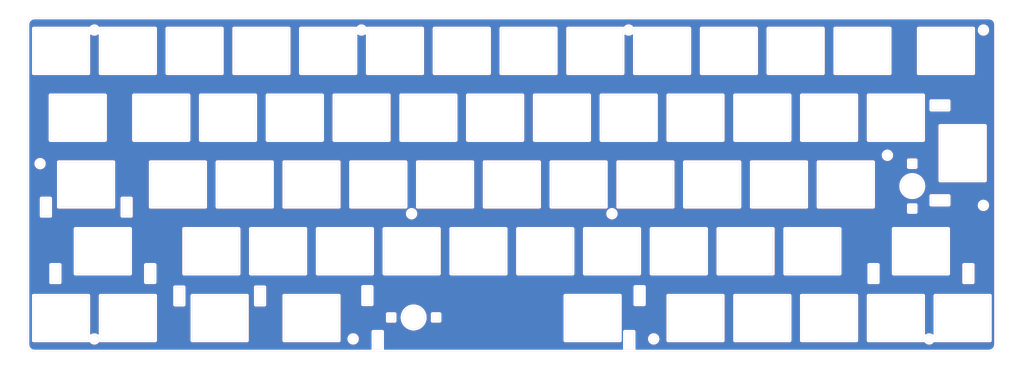
<source format=kicad_pcb>
(kicad_pcb (version 20171130) (host pcbnew "(5.1.2-1)-1")
  (layers (0 F.Cu signal) (31 B.Cu signal) (34 B.Paste user) (35 F.Paste user) (36 B.SilkS user) (37 F.SilkS user) (38 B.Mask user) (39 F.Mask user) (44 Edge.Cuts user))
  (net 0 "")
  (gr_circle (center 179.32 -90.49) (end 179.32 -89.39) (layer Edge.Cuts) (width 0.05))
  (gr_circle (center 103.12 -90.49) (end 103.12 -89.39) (layer Edge.Cuts) (width 0.05))
  (gr_circle (center 26.92 -90.49) (end 26.92 -89.39) (layer Edge.Cuts) (width 0.05))
  (gr_circle (center 11.44 -52.38) (end 11.44 -51.28) (layer Edge.Cuts) (width 0.05))
  (gr_circle (center 26.92 -2.38) (end 26.92 -1.28) (layer Edge.Cuts) (width 0.05))
  (gr_circle (center 100.74 -2.38) (end 100.74 -1.28) (layer Edge.Cuts) (width 0.05))
  (gr_circle (center 117.41 -38.1) (end 117.41 -37) (layer Edge.Cuts) (width 0.05))
  (gr_circle (center 174.56 -38.1) (end 174.56 -37) (layer Edge.Cuts) (width 0.05))
  (gr_circle (center 186.47 -2.38) (end 186.47 -1.28) (layer Edge.Cuts) (width 0.05))
  (gr_circle (center 265.05 -2.38) (end 265.05 -1.28) (layer Edge.Cuts) (width 0.05))
  (gr_circle (center 253.14 -54.77) (end 253.14 -53.67) (layer Edge.Cuts) (width 0.05))
  (gr_circle (center 280.52 -40.48) (end 280.52 -39.38) (layer Edge.Cuts) (width 0.05))
  (gr_circle (center 280.53 -90.49) (end 280.53 -89.39) (layer Edge.Cuts) (width 0.05))
  (gr_line (start 261.23 -38.57) (end 261.23 -40.57) (layer Edge.Cuts) (width 0.05))
  (gr_line (start 259.23 -38.57) (end 261.23 -38.57) (layer Edge.Cuts) (width 0.05))
  (gr_line (start 259.23 -40.57) (end 259.23 -38.57) (layer Edge.Cuts) (width 0.05))
  (gr_line (start 261.23 -40.57) (end 259.23 -40.57) (layer Edge.Cuts) (width 0.05))
  (gr_circle (center 260.229747 -45.98) (end 257.03 -45.99) (layer Edge.Cuts) (width 0.05))
  (gr_line (start 261.22 -53.38) (end 259.22 -53.38) (layer Edge.Cuts) (width 0.05))
  (gr_line (start 259.22 -51.38) (end 261.22 -51.38) (layer Edge.Cuts) (width 0.05))
  (gr_line (start 261.22 -51.38) (end 261.22 -53.38) (layer Edge.Cuts) (width 0.05))
  (gr_line (start 259.22 -53.38) (end 259.22 -51.38) (layer Edge.Cuts) (width 0.05))
  (gr_line (start 265.63 -70.24) (end 265.63 -67.74) (layer Edge.Cuts) (width 0.05))
  (gr_line (start 270.63 -70.24) (end 265.63 -70.24) (layer Edge.Cuts) (width 0.05))
  (gr_line (start 270.63 -67.74) (end 270.63 -70.24) (layer Edge.Cuts) (width 0.05))
  (gr_line (start 265.63 -67.74) (end 270.63 -67.74) (layer Edge.Cuts) (width 0.05))
  (gr_line (start 270.63 -40.67) (end 270.63 -43.17) (layer Edge.Cuts) (width 0.05))
  (gr_line (start 265.63 -40.67) (end 270.63 -40.67) (layer Edge.Cuts) (width 0.05))
  (gr_line (start 265.63 -43.17) (end 265.63 -40.67) (layer Edge.Cuts) (width 0.05))
  (gr_line (start 270.63 -43.17) (end 265.63 -43.17) (layer Edge.Cuts) (width 0.05))
  (gr_line (start 274.99 -18.51) (end 277.49 -18.51) (layer Edge.Cuts) (width 0.05))
  (gr_line (start 274.99 -23.51) (end 274.99 -18.51) (layer Edge.Cuts) (width 0.05))
  (gr_line (start 277.49 -23.51) (end 274.99 -23.51) (layer Edge.Cuts) (width 0.05))
  (gr_line (start 277.49 -18.51) (end 277.49 -23.51) (layer Edge.Cuts) (width 0.05))
  (gr_line (start 247.93 -18.51) (end 250.43 -18.51) (layer Edge.Cuts) (width 0.05))
  (gr_line (start 247.93 -23.51) (end 247.93 -18.51) (layer Edge.Cuts) (width 0.05))
  (gr_line (start 250.43 -23.51) (end 247.93 -23.51) (layer Edge.Cuts) (width 0.05))
  (gr_line (start 250.43 -18.51) (end 250.43 -23.51) (layer Edge.Cuts) (width 0.05))
  (gr_line (start 178.25 0.54) (end 180.75 0.54) (layer Edge.Cuts) (width 0.05))
  (gr_line (start 178.25 -4.46) (end 178.25 0.54) (layer Edge.Cuts) (width 0.05))
  (gr_line (start 180.75 -4.46) (end 178.25 -4.46) (layer Edge.Cuts) (width 0.05))
  (gr_line (start 180.75 0.54) (end 180.75 -4.46) (layer Edge.Cuts) (width 0.05))
  (gr_line (start 183.71 -17.22) (end 181.21 -17.22) (layer Edge.Cuts) (width 0.05))
  (gr_line (start 183.71 -12.22) (end 183.71 -17.22) (layer Edge.Cuts) (width 0.05))
  (gr_line (start 181.21 -12.22) (end 183.71 -12.22) (layer Edge.Cuts) (width 0.05))
  (gr_line (start 181.21 -17.22) (end 181.21 -12.22) (layer Edge.Cuts) (width 0.05))
  (gr_line (start 37.37 -42.46) (end 34.87 -42.46) (layer Edge.Cuts) (width 0.05))
  (gr_line (start 34.87 -37.46) (end 37.37 -37.46) (layer Edge.Cuts) (width 0.05))
  (gr_line (start 34.87 -42.46) (end 34.87 -37.46) (layer Edge.Cuts) (width 0.05))
  (gr_line (start 37.37 -37.46) (end 37.37 -42.46) (layer Edge.Cuts) (width 0.05))
  (gr_line (start 14.34 -37.46) (end 14.34 -42.46) (layer Edge.Cuts) (width 0.05))
  (gr_line (start 11.84 -37.46) (end 14.34 -37.46) (layer Edge.Cuts) (width 0.05))
  (gr_line (start 11.84 -42.46) (end 11.84 -37.46) (layer Edge.Cuts) (width 0.05))
  (gr_line (start 14.34 -42.46) (end 11.84 -42.46) (layer Edge.Cuts) (width 0.05))
  (gr_line (start 17.05 -23.51) (end 14.55 -23.51) (layer Edge.Cuts) (width 0.05))
  (gr_line (start 14.55 -23.51) (end 14.55 -18.51) (layer Edge.Cuts) (width 0.05))
  (gr_line (start 14.55 -18.51) (end 17.05 -18.51) (layer Edge.Cuts) (width 0.05))
  (gr_line (start 17.05 -18.51) (end 17.05 -23.51) (layer Edge.Cuts) (width 0.05))
  (gr_line (start 44.11 -23.52) (end 41.61 -23.52) (layer Edge.Cuts) (width 0.05))
  (gr_line (start 41.61 -23.52) (end 41.61 -18.52) (layer Edge.Cuts) (width 0.05))
  (gr_line (start 44.11 -18.52) (end 44.11 -23.52) (layer Edge.Cuts) (width 0.05))
  (gr_line (start 41.61 -18.52) (end 44.11 -18.52) (layer Edge.Cuts) (width 0.05))
  (gr_line (start 52.41 -17.14) (end 49.91 -17.14) (layer Edge.Cuts) (width 0.05))
  (gr_line (start 49.91 -17.14) (end 49.91 -12.14) (layer Edge.Cuts) (width 0.05))
  (gr_line (start 52.41 -12.14) (end 52.41 -17.14) (layer Edge.Cuts) (width 0.05))
  (gr_line (start 49.91 -12.14) (end 52.41 -12.14) (layer Edge.Cuts) (width 0.05))
  (gr_line (start 72.94 -12.14) (end 75.44 -12.14) (layer Edge.Cuts) (width 0.05))
  (gr_line (start 75.44 -12.14) (end 75.44 -17.14) (layer Edge.Cuts) (width 0.05))
  (gr_line (start 75.44 -17.14) (end 72.94 -17.14) (layer Edge.Cuts) (width 0.05))
  (gr_line (start 72.94 -17.14) (end 72.94 -12.14) (layer Edge.Cuts) (width 0.05))
  (gr_line (start 106.51 -4.46) (end 106.51 0.54) (layer Edge.Cuts) (width 0.05))
  (gr_line (start 109.01 -4.46) (end 106.51 -4.46) (layer Edge.Cuts) (width 0.05))
  (gr_line (start 109.01 0.54) (end 109.01 -4.46) (layer Edge.Cuts) (width 0.05))
  (gr_line (start 106.51 0.54) (end 109.01 0.54) (layer Edge.Cuts) (width 0.05))
  (gr_line (start 106.04 -17.23) (end 103.54 -17.23) (layer Edge.Cuts) (width 0.05))
  (gr_line (start 106.04 -12.23) (end 106.04 -17.23) (layer Edge.Cuts) (width 0.05))
  (gr_line (start 103.54 -12.23) (end 106.04 -12.23) (layer Edge.Cuts) (width 0.05))
  (gr_line (start 103.54 -17.23) (end 103.54 -12.23) (layer Edge.Cuts) (width 0.05))
  (gr_line (start 123.4 -9.51) (end 123.4 -7.51) (layer Edge.Cuts) (width 0.05))
  (gr_line (start 125.4 -7.51) (end 125.4 -9.51) (layer Edge.Cuts) (width 0.05))
  (gr_line (start 125.4 -9.51) (end 123.4 -9.51) (layer Edge.Cuts) (width 0.05))
  (gr_line (start 123.4 -7.51) (end 125.4 -7.51) (layer Edge.Cuts) (width 0.05))
  (gr_line (start 112.59 -9.5) (end 110.59 -9.5) (layer Edge.Cuts) (width 0.05))
  (gr_line (start 112.59 -7.5) (end 112.59 -9.5) (layer Edge.Cuts) (width 0.05))
  (gr_line (start 110.59 -7.5) (end 112.59 -7.5) (layer Edge.Cuts) (width 0.05))
  (gr_line (start 110.59 -9.5) (end 110.59 -7.5) (layer Edge.Cuts) (width 0.05))
  (gr_circle (center 117.99 -8.509747) (end 117.98 -5.31) (layer Edge.Cuts) (width 0.05))
  (gr_line (start 266.8004 -14.7384) (end 266.8004 -1.9384) (layer Edge.Cuts) (width 0.05))
  (gr_line (start 266.8004 -1.9384) (end 282.4004 -1.9384) (layer Edge.Cuts) (width 0.05))
  (gr_line (start 282.4004 -1.9384) (end 282.4004 -14.7384) (layer Edge.Cuts) (width 0.05))
  (gr_line (start 282.4004 -14.7384) (end 266.8004 -14.7384) (layer Edge.Cuts) (width 0.05))
  (gr_line (start 263.35 -14.7384) (end 247.75 -14.7384) (layer Edge.Cuts) (width 0.05))
  (gr_line (start 247.75 -14.7384) (end 247.75 -1.9384) (layer Edge.Cuts) (width 0.05))
  (gr_line (start 247.75 -1.9384) (end 263.35 -1.9384) (layer Edge.Cuts) (width 0.05))
  (gr_line (start 263.35 -1.9384) (end 263.35 -14.7384) (layer Edge.Cuts) (width 0.05))
  (gr_line (start 244.2996 -14.7384) (end 228.6996 -14.7384) (layer Edge.Cuts) (width 0.05))
  (gr_line (start 228.6996 -14.7384) (end 228.6996 -1.9384) (layer Edge.Cuts) (width 0.05))
  (gr_line (start 228.6996 -1.9384) (end 244.2996 -1.9384) (layer Edge.Cuts) (width 0.05))
  (gr_line (start 244.2996 -1.9384) (end 244.2996 -14.7384) (layer Edge.Cuts) (width 0.05))
  (gr_line (start 225.2492 -1.9384) (end 225.2492 -14.7384) (layer Edge.Cuts) (width 0.05))
  (gr_line (start 225.2492 -14.7384) (end 209.6492 -14.7384) (layer Edge.Cuts) (width 0.05))
  (gr_line (start 209.6492 -14.7384) (end 209.6492 -1.9384) (layer Edge.Cuts) (width 0.05))
  (gr_line (start 209.6492 -1.9384) (end 225.2492 -1.9384) (layer Edge.Cuts) (width 0.05))
  (gr_line (start 206.1988 -14.7384) (end 190.5988 -14.7384) (layer Edge.Cuts) (width 0.05))
  (gr_line (start 190.5988 -1.9384) (end 206.1988 -1.9384) (layer Edge.Cuts) (width 0.05))
  (gr_line (start 190.5988 -14.7384) (end 190.5988 -1.9384) (layer Edge.Cuts) (width 0.05))
  (gr_line (start 206.1988 -1.9384) (end 206.1988 -14.7384) (layer Edge.Cuts) (width 0.05))
  (gr_line (start 176.85434 -14.74361) (end 161.25434 -14.74361) (layer Edge.Cuts) (width 0.05))
  (gr_line (start 161.25434 -1.94361) (end 176.85434 -1.94361) (layer Edge.Cuts) (width 0.05))
  (gr_line (start 176.85434 -1.94361) (end 176.85434 -14.74361) (layer Edge.Cuts) (width 0.05))
  (gr_line (start 161.25434 -14.74361) (end 161.25434 -1.94361) (layer Edge.Cuts) (width 0.05))
  (gr_line (start 81.059 -14.7384) (end 81.059 -1.9384) (layer Edge.Cuts) (width 0.05))
  (gr_line (start 96.659 -14.7384) (end 81.059 -14.7384) (layer Edge.Cuts) (width 0.05))
  (gr_line (start 81.059 -1.9384) (end 96.659 -1.9384) (layer Edge.Cuts) (width 0.05))
  (gr_line (start 96.659 -1.9384) (end 96.659 -14.7384) (layer Edge.Cuts) (width 0.05))
  (gr_line (start 54.8647 -1.9384) (end 70.4647 -1.9384) (layer Edge.Cuts) (width 0.05))
  (gr_line (start 70.4647 -1.9384) (end 70.4647 -14.7384) (layer Edge.Cuts) (width 0.05))
  (gr_line (start 70.4647 -14.7384) (end 54.8647 -14.7384) (layer Edge.Cuts) (width 0.05))
  (gr_line (start 54.8647 -14.7384) (end 54.8647 -1.9384) (layer Edge.Cuts) (width 0.05))
  (gr_line (start 28.6704 -1.9384) (end 44.2704 -1.9384) (layer Edge.Cuts) (width 0.05))
  (gr_line (start 44.2704 -14.7384) (end 28.6704 -14.7384) (layer Edge.Cuts) (width 0.05))
  (gr_line (start 28.6704 -14.7384) (end 28.6704 -1.9384) (layer Edge.Cuts) (width 0.05))
  (gr_line (start 44.2704 -1.9384) (end 44.2704 -14.7384) (layer Edge.Cuts) (width 0.05))
  (gr_line (start 9.62 -1.9384) (end 25.22 -1.9384) (layer Edge.Cuts) (width 0.05))
  (gr_line (start 25.22 -14.7384) (end 9.62 -14.7384) (layer Edge.Cuts) (width 0.05))
  (gr_line (start 9.62 -14.7384) (end 9.62 -1.9384) (layer Edge.Cuts) (width 0.05))
  (gr_line (start 25.22 -1.9384) (end 25.22 -14.7384) (layer Edge.Cuts) (width 0.05))
  (gr_line (start 21.5265 -33.7888) (end 21.5265 -20.9888) (layer Edge.Cuts) (width 0.05))
  (gr_line (start 37.1265 -20.9888) (end 37.1265 -33.7888) (layer Edge.Cuts) (width 0.05))
  (gr_line (start 37.1265 -33.7888) (end 21.5265 -33.7888) (layer Edge.Cuts) (width 0.05))
  (gr_line (start 21.5265 -20.9888) (end 37.1265 -20.9888) (layer Edge.Cuts) (width 0.05))
  (gr_line (start 52.4834 -33.7888) (end 52.4834 -20.9888) (layer Edge.Cuts) (width 0.05))
  (gr_line (start 68.0834 -20.9888) (end 68.0834 -33.7888) (layer Edge.Cuts) (width 0.05))
  (gr_line (start 68.0834 -33.7888) (end 52.4834 -33.7888) (layer Edge.Cuts) (width 0.05))
  (gr_line (start 52.4834 -20.9888) (end 68.0834 -20.9888) (layer Edge.Cuts) (width 0.05))
  (gr_line (start 71.5338 -33.7888) (end 71.5338 -20.9888) (layer Edge.Cuts) (width 0.05))
  (gr_line (start 87.1338 -20.9888) (end 87.1338 -33.7888) (layer Edge.Cuts) (width 0.05))
  (gr_line (start 87.1338 -33.7888) (end 71.5338 -33.7888) (layer Edge.Cuts) (width 0.05))
  (gr_line (start 71.5338 -20.9888) (end 87.1338 -20.9888) (layer Edge.Cuts) (width 0.05))
  (gr_line (start 90.5842 -33.7888) (end 90.5842 -20.9888) (layer Edge.Cuts) (width 0.05))
  (gr_line (start 106.1842 -20.9888) (end 106.1842 -33.7888) (layer Edge.Cuts) (width 0.05))
  (gr_line (start 106.1842 -33.7888) (end 90.5842 -33.7888) (layer Edge.Cuts) (width 0.05))
  (gr_line (start 90.5842 -20.9888) (end 106.1842 -20.9888) (layer Edge.Cuts) (width 0.05))
  (gr_line (start 125.2346 -20.9888) (end 125.2346 -33.7888) (layer Edge.Cuts) (width 0.05))
  (gr_line (start 125.2346 -33.7888) (end 109.6346 -33.7888) (layer Edge.Cuts) (width 0.05))
  (gr_line (start 109.6346 -20.9888) (end 125.2346 -20.9888) (layer Edge.Cuts) (width 0.05))
  (gr_line (start 109.6346 -33.7888) (end 109.6346 -20.9888) (layer Edge.Cuts) (width 0.05))
  (gr_line (start 144.285 -20.9888) (end 144.285 -33.7888) (layer Edge.Cuts) (width 0.05))
  (gr_line (start 128.685 -20.9888) (end 144.285 -20.9888) (layer Edge.Cuts) (width 0.05))
  (gr_line (start 128.685 -33.7888) (end 128.685 -20.9888) (layer Edge.Cuts) (width 0.05))
  (gr_line (start 144.285 -33.7888) (end 128.685 -33.7888) (layer Edge.Cuts) (width 0.05))
  (gr_line (start 147.7354 -20.9888) (end 163.3354 -20.9888) (layer Edge.Cuts) (width 0.05))
  (gr_line (start 163.3354 -20.9888) (end 163.3354 -33.7888) (layer Edge.Cuts) (width 0.05))
  (gr_line (start 147.7354 -33.7888) (end 147.7354 -20.9888) (layer Edge.Cuts) (width 0.05))
  (gr_line (start 163.3354 -33.7888) (end 147.7354 -33.7888) (layer Edge.Cuts) (width 0.05))
  (gr_line (start 166.7858 -20.9888) (end 182.3858 -20.9888) (layer Edge.Cuts) (width 0.05))
  (gr_line (start 182.3858 -20.9888) (end 182.3858 -33.7888) (layer Edge.Cuts) (width 0.05))
  (gr_line (start 182.3858 -33.7888) (end 166.7858 -33.7888) (layer Edge.Cuts) (width 0.05))
  (gr_line (start 166.7858 -33.7888) (end 166.7858 -20.9888) (layer Edge.Cuts) (width 0.05))
  (gr_line (start 185.8362 -20.9888) (end 201.4362 -20.9888) (layer Edge.Cuts) (width 0.05))
  (gr_line (start 201.4362 -20.9888) (end 201.4362 -33.7888) (layer Edge.Cuts) (width 0.05))
  (gr_line (start 185.8362 -33.7888) (end 185.8362 -20.9888) (layer Edge.Cuts) (width 0.05))
  (gr_line (start 201.4362 -33.7888) (end 185.8362 -33.7888) (layer Edge.Cuts) (width 0.05))
  (gr_line (start 220.4866 -33.7888) (end 204.8866 -33.7888) (layer Edge.Cuts) (width 0.05))
  (gr_line (start 204.8866 -20.9888) (end 220.4866 -20.9888) (layer Edge.Cuts) (width 0.05))
  (gr_line (start 220.4866 -20.9888) (end 220.4866 -33.7888) (layer Edge.Cuts) (width 0.05))
  (gr_line (start 204.8866 -33.7888) (end 204.8866 -20.9888) (layer Edge.Cuts) (width 0.05))
  (gr_line (start 239.537 -20.9888) (end 239.537 -33.7888) (layer Edge.Cuts) (width 0.05))
  (gr_line (start 223.937 -20.9888) (end 239.537 -20.9888) (layer Edge.Cuts) (width 0.05))
  (gr_line (start 223.937 -33.7888) (end 223.937 -20.9888) (layer Edge.Cuts) (width 0.05))
  (gr_line (start 239.537 -33.7888) (end 223.937 -33.7888) (layer Edge.Cuts) (width 0.05))
  (gr_line (start 270.4939 -20.9888) (end 270.4939 -33.7888) (layer Edge.Cuts) (width 0.05))
  (gr_line (start 270.4939 -33.7888) (end 254.8939 -33.7888) (layer Edge.Cuts) (width 0.05))
  (gr_line (start 254.8939 -20.9888) (end 270.4939 -20.9888) (layer Edge.Cuts) (width 0.05))
  (gr_line (start 254.8939 -33.7888) (end 254.8939 -20.9888) (layer Edge.Cuts) (width 0.05))
  (gr_line (start 233.4622 -40.0392) (end 249.0622 -40.0392) (layer Edge.Cuts) (width 0.05))
  (gr_line (start 233.4622 -52.8392) (end 233.4622 -40.0392) (layer Edge.Cuts) (width 0.05))
  (gr_line (start 249.0622 -40.0392) (end 249.0622 -52.8392) (layer Edge.Cuts) (width 0.05))
  (gr_line (start 249.0622 -52.8392) (end 233.4622 -52.8392) (layer Edge.Cuts) (width 0.05))
  (gr_line (start 214.4118 -40.0392) (end 230.0118 -40.0392) (layer Edge.Cuts) (width 0.05))
  (gr_line (start 214.4118 -52.8392) (end 214.4118 -40.0392) (layer Edge.Cuts) (width 0.05))
  (gr_line (start 230.0118 -40.0392) (end 230.0118 -52.8392) (layer Edge.Cuts) (width 0.05))
  (gr_line (start 230.0118 -52.8392) (end 214.4118 -52.8392) (layer Edge.Cuts) (width 0.05))
  (gr_line (start 195.3614 -40.0392) (end 210.9614 -40.0392) (layer Edge.Cuts) (width 0.05))
  (gr_line (start 195.3614 -52.8392) (end 195.3614 -40.0392) (layer Edge.Cuts) (width 0.05))
  (gr_line (start 210.9614 -40.0392) (end 210.9614 -52.8392) (layer Edge.Cuts) (width 0.05))
  (gr_line (start 210.9614 -52.8392) (end 195.3614 -52.8392) (layer Edge.Cuts) (width 0.05))
  (gr_line (start 176.311 -40.0392) (end 191.911 -40.0392) (layer Edge.Cuts) (width 0.05))
  (gr_line (start 176.311 -52.8392) (end 176.311 -40.0392) (layer Edge.Cuts) (width 0.05))
  (gr_line (start 191.911 -40.0392) (end 191.911 -52.8392) (layer Edge.Cuts) (width 0.05))
  (gr_line (start 191.911 -52.8392) (end 176.311 -52.8392) (layer Edge.Cuts) (width 0.05))
  (gr_line (start 172.8606 -52.8392) (end 157.2606 -52.8392) (layer Edge.Cuts) (width 0.05))
  (gr_line (start 157.2606 -40.0392) (end 172.8606 -40.0392) (layer Edge.Cuts) (width 0.05))
  (gr_line (start 157.2606 -52.8392) (end 157.2606 -40.0392) (layer Edge.Cuts) (width 0.05))
  (gr_line (start 172.8606 -40.0392) (end 172.8606 -52.8392) (layer Edge.Cuts) (width 0.05))
  (gr_line (start 153.8102 -40.0392) (end 153.8102 -52.8392) (layer Edge.Cuts) (width 0.05))
  (gr_line (start 138.2102 -52.8392) (end 138.2102 -40.0392) (layer Edge.Cuts) (width 0.05))
  (gr_line (start 138.2102 -40.0392) (end 153.8102 -40.0392) (layer Edge.Cuts) (width 0.05))
  (gr_line (start 153.8102 -52.8392) (end 138.2102 -52.8392) (layer Edge.Cuts) (width 0.05))
  (gr_line (start 134.7598 -52.8392) (end 119.1598 -52.8392) (layer Edge.Cuts) (width 0.05))
  (gr_line (start 134.7598 -40.0392) (end 134.7598 -52.8392) (layer Edge.Cuts) (width 0.05))
  (gr_line (start 119.1598 -52.8392) (end 119.1598 -40.0392) (layer Edge.Cuts) (width 0.05))
  (gr_line (start 119.1598 -40.0392) (end 134.7598 -40.0392) (layer Edge.Cuts) (width 0.05))
  (gr_line (start 100.1094 -40.0392) (end 115.7094 -40.0392) (layer Edge.Cuts) (width 0.05))
  (gr_line (start 115.7094 -40.0392) (end 115.7094 -52.8392) (layer Edge.Cuts) (width 0.05))
  (gr_line (start 100.1094 -52.8392) (end 100.1094 -40.0392) (layer Edge.Cuts) (width 0.05))
  (gr_line (start 115.7094 -52.8392) (end 100.1094 -52.8392) (layer Edge.Cuts) (width 0.05))
  (gr_line (start 96.659 -40.0392) (end 96.659 -52.8392) (layer Edge.Cuts) (width 0.05))
  (gr_line (start 81.059 -52.8392) (end 81.059 -40.0392) (layer Edge.Cuts) (width 0.05))
  (gr_line (start 96.659 -52.8392) (end 81.059 -52.8392) (layer Edge.Cuts) (width 0.05))
  (gr_line (start 81.059 -40.0392) (end 96.659 -40.0392) (layer Edge.Cuts) (width 0.05))
  (gr_line (start 77.6086 -40.0392) (end 77.6086 -52.8392) (layer Edge.Cuts) (width 0.05))
  (gr_line (start 77.6086 -52.8392) (end 62.0086 -52.8392) (layer Edge.Cuts) (width 0.05))
  (gr_line (start 62.0086 -40.0392) (end 77.6086 -40.0392) (layer Edge.Cuts) (width 0.05))
  (gr_line (start 62.0086 -52.8392) (end 62.0086 -40.0392) (layer Edge.Cuts) (width 0.05))
  (gr_line (start 58.5582 -40.0392) (end 58.5582 -52.8392) (layer Edge.Cuts) (width 0.05))
  (gr_line (start 58.5582 -52.8392) (end 42.9582 -52.8392) (layer Edge.Cuts) (width 0.05))
  (gr_line (start 42.9582 -40.0392) (end 58.5582 -40.0392) (layer Edge.Cuts) (width 0.05))
  (gr_line (start 42.9582 -52.8392) (end 42.9582 -40.0392) (layer Edge.Cuts) (width 0.05))
  (gr_line (start 32.3639 -52.8392) (end 16.7639 -52.8392) (layer Edge.Cuts) (width 0.05))
  (gr_line (start 16.7639 -40.0392) (end 32.3639 -40.0392) (layer Edge.Cuts) (width 0.05))
  (gr_line (start 16.7639 -52.8392) (end 16.7639 -40.0392) (layer Edge.Cuts) (width 0.05))
  (gr_line (start 32.3639 -40.0392) (end 32.3639 -52.8392) (layer Edge.Cuts) (width 0.05))
  (gr_line (start 29.9826 -59.0896) (end 29.9826 -71.8896) (layer Edge.Cuts) (width 0.05))
  (gr_line (start 14.3826 -59.0896) (end 29.9826 -59.0896) (layer Edge.Cuts) (width 0.05))
  (gr_line (start 14.3826 -71.8896) (end 14.3826 -59.0896) (layer Edge.Cuts) (width 0.05))
  (gr_line (start 29.9826 -71.8896) (end 14.3826 -71.8896) (layer Edge.Cuts) (width 0.05))
  (gr_line (start 38.1956 -59.0896) (end 53.7956 -59.0896) (layer Edge.Cuts) (width 0.05))
  (gr_line (start 38.1956 -71.8896) (end 38.1956 -59.0896) (layer Edge.Cuts) (width 0.05))
  (gr_line (start 53.7956 -71.8896) (end 38.1956 -71.8896) (layer Edge.Cuts) (width 0.05))
  (gr_line (start 53.7956 -59.0896) (end 53.7956 -71.8896) (layer Edge.Cuts) (width 0.05))
  (gr_line (start 57.246 -71.8896) (end 57.246 -59.0896) (layer Edge.Cuts) (width 0.05))
  (gr_line (start 72.846 -71.8896) (end 57.246 -71.8896) (layer Edge.Cuts) (width 0.05))
  (gr_line (start 57.246 -59.0896) (end 72.846 -59.0896) (layer Edge.Cuts) (width 0.05))
  (gr_line (start 72.846 -59.0896) (end 72.846 -71.8896) (layer Edge.Cuts) (width 0.05))
  (gr_line (start 91.8964 -71.8896) (end 76.2964 -71.8896) (layer Edge.Cuts) (width 0.05))
  (gr_line (start 76.2964 -59.0896) (end 91.8964 -59.0896) (layer Edge.Cuts) (width 0.05))
  (gr_line (start 76.2964 -71.8896) (end 76.2964 -59.0896) (layer Edge.Cuts) (width 0.05))
  (gr_line (start 91.8964 -59.0896) (end 91.8964 -71.8896) (layer Edge.Cuts) (width 0.05))
  (gr_line (start 110.9468 -71.8896) (end 95.3468 -71.8896) (layer Edge.Cuts) (width 0.05))
  (gr_line (start 95.3468 -59.0896) (end 110.9468 -59.0896) (layer Edge.Cuts) (width 0.05))
  (gr_line (start 110.9468 -59.0896) (end 110.9468 -71.8896) (layer Edge.Cuts) (width 0.05))
  (gr_line (start 95.3468 -71.8896) (end 95.3468 -59.0896) (layer Edge.Cuts) (width 0.05))
  (gr_line (start 114.3972 -59.0896) (end 129.9972 -59.0896) (layer Edge.Cuts) (width 0.05))
  (gr_line (start 129.9972 -59.0896) (end 129.9972 -71.8896) (layer Edge.Cuts) (width 0.05))
  (gr_line (start 129.9972 -71.8896) (end 114.3972 -71.8896) (layer Edge.Cuts) (width 0.05))
  (gr_line (start 114.3972 -71.8896) (end 114.3972 -59.0896) (layer Edge.Cuts) (width 0.05))
  (gr_line (start 149.0476 -71.8896) (end 133.4476 -71.8896) (layer Edge.Cuts) (width 0.05))
  (gr_line (start 133.4476 -59.0896) (end 149.0476 -59.0896) (layer Edge.Cuts) (width 0.05))
  (gr_line (start 149.0476 -59.0896) (end 149.0476 -71.8896) (layer Edge.Cuts) (width 0.05))
  (gr_line (start 133.4476 -71.8896) (end 133.4476 -59.0896) (layer Edge.Cuts) (width 0.05))
  (gr_line (start 152.498 -59.0896) (end 168.098 -59.0896) (layer Edge.Cuts) (width 0.05))
  (gr_line (start 168.098 -59.0896) (end 168.098 -71.8896) (layer Edge.Cuts) (width 0.05))
  (gr_line (start 152.498 -71.8896) (end 152.498 -59.0896) (layer Edge.Cuts) (width 0.05))
  (gr_line (start 168.098 -71.8896) (end 152.498 -71.8896) (layer Edge.Cuts) (width 0.05))
  (gr_line (start 171.5484 -71.8896) (end 171.5484 -59.0896) (layer Edge.Cuts) (width 0.05))
  (gr_line (start 171.5484 -59.0896) (end 187.1484 -59.0896) (layer Edge.Cuts) (width 0.05))
  (gr_line (start 187.1484 -59.0896) (end 187.1484 -71.8896) (layer Edge.Cuts) (width 0.05))
  (gr_line (start 187.1484 -71.8896) (end 171.5484 -71.8896) (layer Edge.Cuts) (width 0.05))
  (gr_line (start 190.5988 -71.8896) (end 190.5988 -59.0896) (layer Edge.Cuts) (width 0.05))
  (gr_line (start 190.5988 -59.0896) (end 206.1988 -59.0896) (layer Edge.Cuts) (width 0.05))
  (gr_line (start 206.1988 -59.0896) (end 206.1988 -71.8896) (layer Edge.Cuts) (width 0.05))
  (gr_line (start 206.1988 -71.8896) (end 190.5988 -71.8896) (layer Edge.Cuts) (width 0.05))
  (gr_line (start 209.6492 -71.8896) (end 209.6492 -59.0896) (layer Edge.Cuts) (width 0.05))
  (gr_line (start 209.6492 -59.0896) (end 225.2492 -59.0896) (layer Edge.Cuts) (width 0.05))
  (gr_line (start 225.2492 -59.0896) (end 225.2492 -71.8896) (layer Edge.Cuts) (width 0.05))
  (gr_line (start 225.2492 -71.8896) (end 209.6492 -71.8896) (layer Edge.Cuts) (width 0.05))
  (gr_line (start 228.6996 -59.0896) (end 244.2996 -59.0896) (layer Edge.Cuts) (width 0.05))
  (gr_line (start 244.2996 -59.0896) (end 244.2996 -71.8896) (layer Edge.Cuts) (width 0.05))
  (gr_line (start 244.2996 -71.8896) (end 228.6996 -71.8896) (layer Edge.Cuts) (width 0.05))
  (gr_line (start 228.6996 -71.8896) (end 228.6996 -59.0896) (layer Edge.Cuts) (width 0.05))
  (gr_line (start 247.75 -59.0896) (end 263.35 -59.0896) (layer Edge.Cuts) (width 0.05))
  (gr_line (start 247.75 -71.8896) (end 247.75 -59.0896) (layer Edge.Cuts) (width 0.05))
  (gr_line (start 263.35 -71.8896) (end 247.75 -71.8896) (layer Edge.Cuts) (width 0.05))
  (gr_line (start 263.35 -59.0896) (end 263.35 -71.8896) (layer Edge.Cuts) (width 0.05))
  (gr_line (start 262.0378 -90.94) (end 262.0378 -78.14) (layer Edge.Cuts) (width 0.05))
  (gr_line (start 277.6378 -90.94) (end 262.0378 -90.94) (layer Edge.Cuts) (width 0.05))
  (gr_line (start 262.0378 -78.14) (end 277.6378 -78.14) (layer Edge.Cuts) (width 0.05))
  (gr_line (start 277.6378 -78.14) (end 277.6378 -90.94) (layer Edge.Cuts) (width 0.05))
  (gr_line (start 238.2248 -90.94) (end 238.2248 -78.14) (layer Edge.Cuts) (width 0.05))
  (gr_line (start 253.8248 -78.14) (end 253.8248 -90.94) (layer Edge.Cuts) (width 0.05))
  (gr_line (start 238.2248 -78.14) (end 253.8248 -78.14) (layer Edge.Cuts) (width 0.05))
  (gr_line (start 253.8248 -90.94) (end 238.2248 -90.94) (layer Edge.Cuts) (width 0.05))
  (gr_line (start 234.7744 -90.94) (end 219.1744 -90.94) (layer Edge.Cuts) (width 0.05))
  (gr_line (start 234.7744 -78.14) (end 234.7744 -90.94) (layer Edge.Cuts) (width 0.05))
  (gr_line (start 219.1744 -78.14) (end 234.7744 -78.14) (layer Edge.Cuts) (width 0.05))
  (gr_line (start 219.1744 -90.94) (end 219.1744 -78.14) (layer Edge.Cuts) (width 0.05))
  (gr_line (start 215.724 -90.94) (end 200.124 -90.94) (layer Edge.Cuts) (width 0.05))
  (gr_line (start 215.724 -78.14) (end 215.724 -90.94) (layer Edge.Cuts) (width 0.05))
  (gr_line (start 200.124 -78.14) (end 215.724 -78.14) (layer Edge.Cuts) (width 0.05))
  (gr_line (start 200.124 -90.94) (end 200.124 -78.14) (layer Edge.Cuts) (width 0.05))
  (gr_line (start 196.6736 -78.14) (end 196.6736 -90.94) (layer Edge.Cuts) (width 0.05))
  (gr_line (start 181.0736 -78.14) (end 196.6736 -78.14) (layer Edge.Cuts) (width 0.05))
  (gr_line (start 196.6736 -90.94) (end 181.0736 -90.94) (layer Edge.Cuts) (width 0.05))
  (gr_line (start 181.0736 -90.94) (end 181.0736 -78.14) (layer Edge.Cuts) (width 0.05))
  (gr_line (start 177.6232 -90.94) (end 162.0232 -90.94) (layer Edge.Cuts) (width 0.05))
  (gr_line (start 162.0232 -78.14) (end 177.6232 -78.14) (layer Edge.Cuts) (width 0.05))
  (gr_line (start 162.0232 -90.94) (end 162.0232 -78.14) (layer Edge.Cuts) (width 0.05))
  (gr_line (start 177.6232 -78.14) (end 177.6232 -90.94) (layer Edge.Cuts) (width 0.05))
  (gr_line (start 142.9728 -90.94) (end 142.9728 -78.14) (layer Edge.Cuts) (width 0.05))
  (gr_line (start 158.5728 -90.94) (end 142.9728 -90.94) (layer Edge.Cuts) (width 0.05))
  (gr_line (start 158.5728 -78.14) (end 158.5728 -90.94) (layer Edge.Cuts) (width 0.05))
  (gr_line (start 142.9728 -78.14) (end 158.5728 -78.14) (layer Edge.Cuts) (width 0.05))
  (gr_line (start 123.9224 -90.94) (end 123.9224 -78.14) (layer Edge.Cuts) (width 0.05))
  (gr_line (start 139.5224 -90.94) (end 123.9224 -90.94) (layer Edge.Cuts) (width 0.05))
  (gr_line (start 139.5224 -78.14) (end 139.5224 -90.94) (layer Edge.Cuts) (width 0.05))
  (gr_line (start 123.9224 -78.14) (end 139.5224 -78.14) (layer Edge.Cuts) (width 0.05))
  (gr_line (start 104.872 -90.94) (end 104.872 -78.14) (layer Edge.Cuts) (width 0.05))
  (gr_line (start 120.472 -90.94) (end 104.872 -90.94) (layer Edge.Cuts) (width 0.05))
  (gr_line (start 120.472 -78.14) (end 120.472 -90.94) (layer Edge.Cuts) (width 0.05))
  (gr_line (start 104.872 -78.14) (end 120.472 -78.14) (layer Edge.Cuts) (width 0.05))
  (gr_line (start 101.4216 -78.14) (end 101.4216 -90.94) (layer Edge.Cuts) (width 0.05))
  (gr_line (start 85.8216 -90.94) (end 85.8216 -78.14) (layer Edge.Cuts) (width 0.05))
  (gr_line (start 101.4216 -90.94) (end 85.8216 -90.94) (layer Edge.Cuts) (width 0.05))
  (gr_line (start 85.8216 -78.14) (end 101.4216 -78.14) (layer Edge.Cuts) (width 0.05))
  (gr_line (start 47.7208 -90.94) (end 47.7208 -78.14) (layer Edge.Cuts) (width 0.05))
  (gr_line (start 63.3208 -90.94) (end 47.7208 -90.94) (layer Edge.Cuts) (width 0.05))
  (gr_line (start 47.7208 -78.14) (end 63.3208 -78.14) (layer Edge.Cuts) (width 0.05))
  (gr_line (start 63.3208 -78.14) (end 63.3208 -90.94) (layer Edge.Cuts) (width 0.05))
  (gr_line (start 66.7712 -78.14) (end 82.3712 -78.14) (layer Edge.Cuts) (width 0.05))
  (gr_line (start 66.7712 -90.94) (end 66.7712 -78.14) (layer Edge.Cuts) (width 0.05))
  (gr_line (start 82.3712 -78.14) (end 82.3712 -90.94) (layer Edge.Cuts) (width 0.05))
  (gr_line (start 82.3712 -90.94) (end 66.7712 -90.94) (layer Edge.Cuts) (width 0.05))
  (gr_line (start 28.6704 -90.94) (end 28.6704 -78.14) (layer Edge.Cuts) (width 0.05))
  (gr_line (start 28.6704 -78.14) (end 44.2704 -78.14) (layer Edge.Cuts) (width 0.05))
  (gr_line (start 44.2704 -90.94) (end 28.6704 -90.94) (layer Edge.Cuts) (width 0.05))
  (gr_line (start 44.2704 -78.14) (end 44.2704 -90.94) (layer Edge.Cuts) (width 0.05))
  (gr_line (start 280.99105 -63.16334) (end 268.19105 -63.16334) (layer Edge.Cuts) (width 0.05))
  (gr_line (start 280.99105 -47.56334) (end 280.99105 -63.16334) (layer Edge.Cuts) (width 0.05))
  (gr_line (start 268.19105 -47.56334) (end 280.99105 -47.56334) (layer Edge.Cuts) (width 0.05))
  (gr_line (start 268.19105 -63.16334) (end 268.19105 -47.56334) (layer Edge.Cuts) (width 0.05))
  (gr_line (start 25.22 -90.94) (end 9.62 -90.94) (layer Edge.Cuts) (width 0.05))
  (gr_line (start 25.22 -78.14) (end 25.22 -90.94) (layer Edge.Cuts) (width 0.05))
  (gr_line (start 9.62 -78.14) (end 25.22 -78.14) (layer Edge.Cuts) (width 0.05))
  (gr_line (start 9.62 -90.94) (end 9.62 -78.14) (layer Edge.Cuts) (width 0.05))
  (gr_line (start 7.85 -92.05) (end 7.85 -0.8) (layer Edge.Cuts) (width 0.05))
  (gr_arc (start 9.85 -92.05) (end 9.85 -94.05) (angle -90) (layer Edge.Cuts) (width 0.05))
  (gr_line (start 282.1 -94.05) (end 9.85 -94.05) (layer Edge.Cuts) (width 0.05))
  (gr_arc (start 282.1 -92.05) (end 284.1 -92.05) (angle -90) (layer Edge.Cuts) (width 0.05))
  (gr_line (start 284.1 -0.85) (end 284.1 -92.05) (layer Edge.Cuts) (width 0.05))
  (gr_arc (start 282.05 -0.85) (end 282.05 1.2) (angle -90) (layer Edge.Cuts) (width 0.05))
  (gr_line (start 9.85 1.2) (end 282.05 1.2) (layer Edge.Cuts) (width 0.05))
  (gr_arc (start 9.85 -0.8) (end 7.85 -0.8) (angle -90) (layer Edge.Cuts) (width 0.05))
  (zone (net 0) (net_name "") (layer F.Cu) (connect_pads (clearance 0.508)) (min_thickness 0.254) (fill yes (arc_segments 32) (thermal_gap 0.508) (thermal_bridge_width 0.508))
    (polygon (pts (xy 0 -99.06) (xy 0 10.16) (xy 292.1 10.16) (xy 292.1 -99.06)))
  )
  (zone (net 0) (net_name "") (layer B.Cu) (connect_pads (clearance 0.508)) (min_thickness 0.254) (fill yes (arc_segments 32) (thermal_gap 0.508) (thermal_bridge_width 0.508))
    (polygon (pts (xy 0 -99.06) (xy 0 10.16) (xy 292.1 10.16) (xy 292.1 -99.06)))
  )
)
</source>
